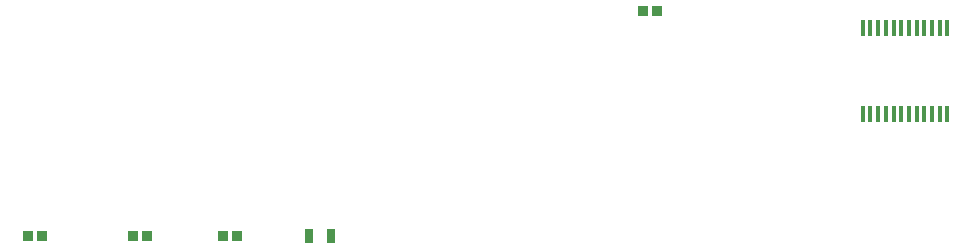
<source format=gbr>
G04 EAGLE Gerber RS-274X export*
G75*
%MOMM*%
%FSLAX34Y34*%
%LPD*%
%INSolderpaste Top*%
%IPPOS*%
%AMOC8*
5,1,8,0,0,1.08239X$1,22.5*%
G01*
%ADD10R,0.850000X0.900000*%
%ADD11R,0.800000X1.200000*%
%ADD12R,0.348000X1.397000*%


D10*
X743500Y889000D03*
X755100Y889000D03*
D11*
X816500Y889000D03*
X834500Y889000D03*
D10*
X667300Y889000D03*
X678900Y889000D03*
X578400Y889000D03*
X590000Y889000D03*
X1099100Y1079500D03*
X1110700Y1079500D03*
D12*
X1285050Y1065260D03*
X1291550Y1065260D03*
X1298050Y1065260D03*
X1311050Y1065260D03*
X1304550Y1065260D03*
X1317550Y1065260D03*
X1324050Y1065260D03*
X1330550Y1065260D03*
X1337050Y1065260D03*
X1343550Y1065260D03*
X1285050Y992140D03*
X1291550Y992140D03*
X1298050Y992140D03*
X1304550Y992140D03*
X1311050Y992140D03*
X1317550Y992140D03*
X1324050Y992140D03*
X1330550Y992140D03*
X1337050Y992140D03*
X1343550Y992140D03*
X1350050Y992140D03*
X1356550Y992140D03*
X1356550Y1065260D03*
X1350050Y1065260D03*
M02*

</source>
